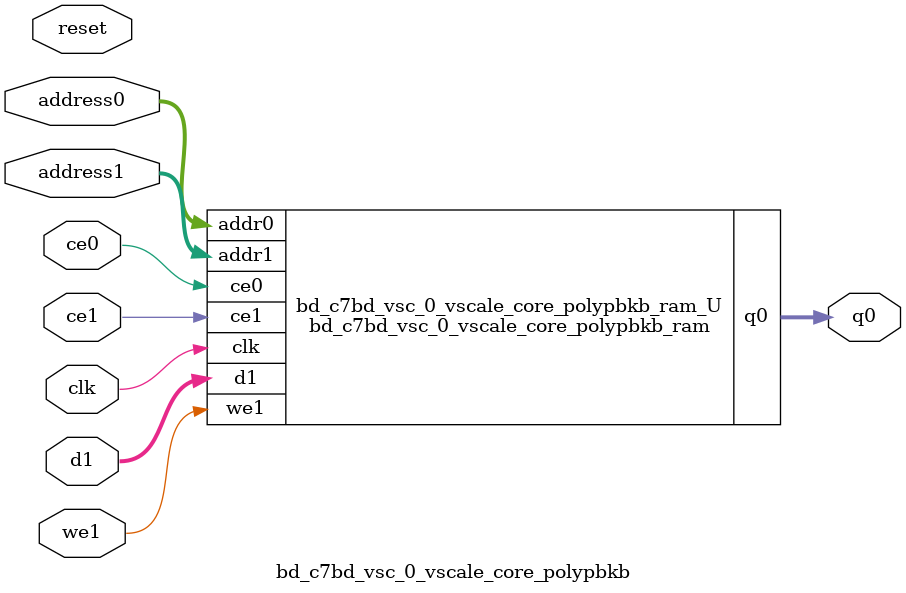
<source format=v>

`timescale 1 ns / 1 ps
module bd_c7bd_vsc_0_vscale_core_polypbkb_ram (addr0, ce0, q0, addr1, ce1, d1, we1,  clk);

parameter DWIDTH = 8;
parameter AWIDTH = 11;
parameter MEM_SIZE = 1920;

input[AWIDTH-1:0] addr0;
input ce0;
output reg[DWIDTH-1:0] q0;
input[AWIDTH-1:0] addr1;
input ce1;
input[DWIDTH-1:0] d1;
input we1;
input clk;

(* ram_style = "block" *)reg [DWIDTH-1:0] ram[0:MEM_SIZE-1];




always @(posedge clk)  
begin 
    if (ce0) 
    begin
            q0 <= ram[addr0];
    end
end


always @(posedge clk)  
begin 
    if (ce1) 
    begin
        if (we1) 
        begin 
            ram[addr1] <= d1; 
        end 
    end
end


endmodule


`timescale 1 ns / 1 ps
module bd_c7bd_vsc_0_vscale_core_polypbkb(
    reset,
    clk,
    address0,
    ce0,
    q0,
    address1,
    ce1,
    we1,
    d1);

parameter DataWidth = 32'd8;
parameter AddressRange = 32'd1920;
parameter AddressWidth = 32'd11;
input reset;
input clk;
input[AddressWidth - 1:0] address0;
input ce0;
output[DataWidth - 1:0] q0;
input[AddressWidth - 1:0] address1;
input ce1;
input we1;
input[DataWidth - 1:0] d1;



bd_c7bd_vsc_0_vscale_core_polypbkb_ram bd_c7bd_vsc_0_vscale_core_polypbkb_ram_U(
    .clk( clk ),
    .addr0( address0 ),
    .ce0( ce0 ),
    .q0( q0 ),
    .addr1( address1 ),
    .ce1( ce1 ),
    .d1( d1 ),
    .we1( we1 ));

endmodule


</source>
